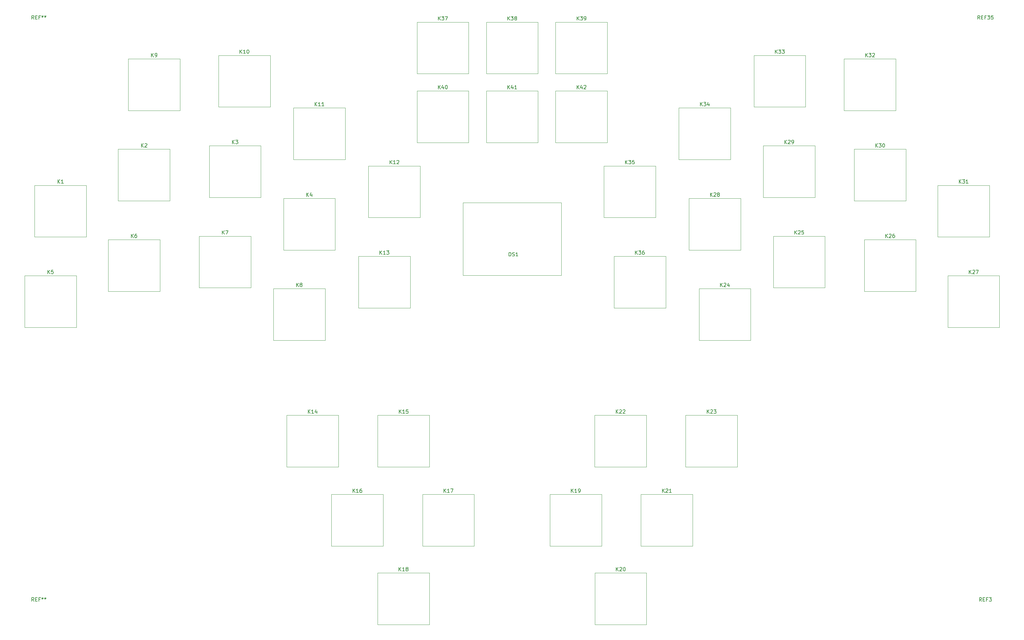
<source format=gbr>
G04 #@! TF.GenerationSoftware,KiCad,Pcbnew,(7.0.0)*
G04 #@! TF.CreationDate,2023-10-12T13:51:26-04:00*
G04 #@! TF.ProjectId,ZBox3-0,5a426f78-332d-4302-9e6b-696361645f70,rev?*
G04 #@! TF.SameCoordinates,Original*
G04 #@! TF.FileFunction,Legend,Top*
G04 #@! TF.FilePolarity,Positive*
%FSLAX46Y46*%
G04 Gerber Fmt 4.6, Leading zero omitted, Abs format (unit mm)*
G04 Created by KiCad (PCBNEW (7.0.0)) date 2023-10-12 13:51:26*
%MOMM*%
%LPD*%
G01*
G04 APERTURE LIST*
%ADD10C,0.150000*%
%ADD11C,0.120000*%
G04 APERTURE END LIST*
D10*
X58666666Y-216167380D02*
X58333333Y-215691190D01*
X58095238Y-216167380D02*
X58095238Y-215167380D01*
X58095238Y-215167380D02*
X58476190Y-215167380D01*
X58476190Y-215167380D02*
X58571428Y-215215000D01*
X58571428Y-215215000D02*
X58619047Y-215262619D01*
X58619047Y-215262619D02*
X58666666Y-215357857D01*
X58666666Y-215357857D02*
X58666666Y-215500714D01*
X58666666Y-215500714D02*
X58619047Y-215595952D01*
X58619047Y-215595952D02*
X58571428Y-215643571D01*
X58571428Y-215643571D02*
X58476190Y-215691190D01*
X58476190Y-215691190D02*
X58095238Y-215691190D01*
X59095238Y-215643571D02*
X59428571Y-215643571D01*
X59571428Y-216167380D02*
X59095238Y-216167380D01*
X59095238Y-216167380D02*
X59095238Y-215167380D01*
X59095238Y-215167380D02*
X59571428Y-215167380D01*
X60333333Y-215643571D02*
X60000000Y-215643571D01*
X60000000Y-216167380D02*
X60000000Y-215167380D01*
X60000000Y-215167380D02*
X60476190Y-215167380D01*
X61000000Y-215167380D02*
X61000000Y-215405476D01*
X60761905Y-215310238D02*
X61000000Y-215405476D01*
X61000000Y-215405476D02*
X61238095Y-215310238D01*
X60857143Y-215595952D02*
X61000000Y-215405476D01*
X61000000Y-215405476D02*
X61142857Y-215595952D01*
X61761905Y-215167380D02*
X61761905Y-215405476D01*
X61523810Y-215310238D02*
X61761905Y-215405476D01*
X61761905Y-215405476D02*
X62000000Y-215310238D01*
X61619048Y-215595952D02*
X61761905Y-215405476D01*
X61761905Y-215405476D02*
X61904762Y-215595952D01*
X158973714Y-164514380D02*
X158973714Y-163514380D01*
X159545142Y-164514380D02*
X159116571Y-163942952D01*
X159545142Y-163514380D02*
X158973714Y-164085809D01*
X160497523Y-164514380D02*
X159926095Y-164514380D01*
X160211809Y-164514380D02*
X160211809Y-163514380D01*
X160211809Y-163514380D02*
X160116571Y-163657238D01*
X160116571Y-163657238D02*
X160021333Y-163752476D01*
X160021333Y-163752476D02*
X159926095Y-163800095D01*
X161402285Y-163514380D02*
X160926095Y-163514380D01*
X160926095Y-163514380D02*
X160878476Y-163990571D01*
X160878476Y-163990571D02*
X160926095Y-163942952D01*
X160926095Y-163942952D02*
X161021333Y-163895333D01*
X161021333Y-163895333D02*
X161259428Y-163895333D01*
X161259428Y-163895333D02*
X161354666Y-163942952D01*
X161354666Y-163942952D02*
X161402285Y-163990571D01*
X161402285Y-163990571D02*
X161449904Y-164085809D01*
X161449904Y-164085809D02*
X161449904Y-164323904D01*
X161449904Y-164323904D02*
X161402285Y-164419142D01*
X161402285Y-164419142D02*
X161354666Y-164466761D01*
X161354666Y-164466761D02*
X161259428Y-164514380D01*
X161259428Y-164514380D02*
X161021333Y-164514380D01*
X161021333Y-164514380D02*
X160926095Y-164466761D01*
X160926095Y-164466761D02*
X160878476Y-164419142D01*
X146268714Y-186282380D02*
X146268714Y-185282380D01*
X146840142Y-186282380D02*
X146411571Y-185710952D01*
X146840142Y-185282380D02*
X146268714Y-185853809D01*
X147792523Y-186282380D02*
X147221095Y-186282380D01*
X147506809Y-186282380D02*
X147506809Y-185282380D01*
X147506809Y-185282380D02*
X147411571Y-185425238D01*
X147411571Y-185425238D02*
X147316333Y-185520476D01*
X147316333Y-185520476D02*
X147221095Y-185568095D01*
X148649666Y-185282380D02*
X148459190Y-185282380D01*
X148459190Y-185282380D02*
X148363952Y-185330000D01*
X148363952Y-185330000D02*
X148316333Y-185377619D01*
X148316333Y-185377619D02*
X148221095Y-185520476D01*
X148221095Y-185520476D02*
X148173476Y-185710952D01*
X148173476Y-185710952D02*
X148173476Y-186091904D01*
X148173476Y-186091904D02*
X148221095Y-186187142D01*
X148221095Y-186187142D02*
X148268714Y-186234761D01*
X148268714Y-186234761D02*
X148363952Y-186282380D01*
X148363952Y-186282380D02*
X148554428Y-186282380D01*
X148554428Y-186282380D02*
X148649666Y-186234761D01*
X148649666Y-186234761D02*
X148697285Y-186187142D01*
X148697285Y-186187142D02*
X148744904Y-186091904D01*
X148744904Y-186091904D02*
X148744904Y-185853809D01*
X148744904Y-185853809D02*
X148697285Y-185758571D01*
X148697285Y-185758571D02*
X148649666Y-185710952D01*
X148649666Y-185710952D02*
X148554428Y-185663333D01*
X148554428Y-185663333D02*
X148363952Y-185663333D01*
X148363952Y-185663333D02*
X148268714Y-185710952D01*
X148268714Y-185710952D02*
X148221095Y-185758571D01*
X148221095Y-185758571D02*
X148173476Y-185853809D01*
X247221714Y-129706380D02*
X247221714Y-128706380D01*
X247793142Y-129706380D02*
X247364571Y-129134952D01*
X247793142Y-128706380D02*
X247221714Y-129277809D01*
X248174095Y-128801619D02*
X248221714Y-128754000D01*
X248221714Y-128754000D02*
X248316952Y-128706380D01*
X248316952Y-128706380D02*
X248555047Y-128706380D01*
X248555047Y-128706380D02*
X248650285Y-128754000D01*
X248650285Y-128754000D02*
X248697904Y-128801619D01*
X248697904Y-128801619D02*
X248745523Y-128896857D01*
X248745523Y-128896857D02*
X248745523Y-128992095D01*
X248745523Y-128992095D02*
X248697904Y-129134952D01*
X248697904Y-129134952D02*
X248126476Y-129706380D01*
X248126476Y-129706380D02*
X248745523Y-129706380D01*
X249602666Y-129039714D02*
X249602666Y-129706380D01*
X249364571Y-128658761D02*
X249126476Y-129373047D01*
X249126476Y-129373047D02*
X249745523Y-129373047D01*
X207827714Y-75315380D02*
X207827714Y-74315380D01*
X208399142Y-75315380D02*
X207970571Y-74743952D01*
X208399142Y-74315380D02*
X207827714Y-74886809D01*
X209256285Y-74648714D02*
X209256285Y-75315380D01*
X209018190Y-74267761D02*
X208780095Y-74982047D01*
X208780095Y-74982047D02*
X209399142Y-74982047D01*
X209732476Y-74410619D02*
X209780095Y-74363000D01*
X209780095Y-74363000D02*
X209875333Y-74315380D01*
X209875333Y-74315380D02*
X210113428Y-74315380D01*
X210113428Y-74315380D02*
X210208666Y-74363000D01*
X210208666Y-74363000D02*
X210256285Y-74410619D01*
X210256285Y-74410619D02*
X210303904Y-74505857D01*
X210303904Y-74505857D02*
X210303904Y-74601095D01*
X210303904Y-74601095D02*
X210256285Y-74743952D01*
X210256285Y-74743952D02*
X209684857Y-75315380D01*
X209684857Y-75315380D02*
X210303904Y-75315380D01*
X88168905Y-91358380D02*
X88168905Y-90358380D01*
X88740333Y-91358380D02*
X88311762Y-90786952D01*
X88740333Y-90358380D02*
X88168905Y-90929809D01*
X89121286Y-90453619D02*
X89168905Y-90406000D01*
X89168905Y-90406000D02*
X89264143Y-90358380D01*
X89264143Y-90358380D02*
X89502238Y-90358380D01*
X89502238Y-90358380D02*
X89597476Y-90406000D01*
X89597476Y-90406000D02*
X89645095Y-90453619D01*
X89645095Y-90453619D02*
X89692714Y-90548857D01*
X89692714Y-90548857D02*
X89692714Y-90644095D01*
X89692714Y-90644095D02*
X89645095Y-90786952D01*
X89645095Y-90786952D02*
X89073667Y-91358380D01*
X89073667Y-91358380D02*
X89692714Y-91358380D01*
X171268714Y-186282380D02*
X171268714Y-185282380D01*
X171840142Y-186282380D02*
X171411571Y-185710952D01*
X171840142Y-185282380D02*
X171268714Y-185853809D01*
X172792523Y-186282380D02*
X172221095Y-186282380D01*
X172506809Y-186282380D02*
X172506809Y-185282380D01*
X172506809Y-185282380D02*
X172411571Y-185425238D01*
X172411571Y-185425238D02*
X172316333Y-185520476D01*
X172316333Y-185520476D02*
X172221095Y-185568095D01*
X173125857Y-185282380D02*
X173792523Y-185282380D01*
X173792523Y-185282380D02*
X173363952Y-186282380D01*
X158929714Y-207838380D02*
X158929714Y-206838380D01*
X159501142Y-207838380D02*
X159072571Y-207266952D01*
X159501142Y-206838380D02*
X158929714Y-207409809D01*
X160453523Y-207838380D02*
X159882095Y-207838380D01*
X160167809Y-207838380D02*
X160167809Y-206838380D01*
X160167809Y-206838380D02*
X160072571Y-206981238D01*
X160072571Y-206981238D02*
X159977333Y-207076476D01*
X159977333Y-207076476D02*
X159882095Y-207124095D01*
X161024952Y-207266952D02*
X160929714Y-207219333D01*
X160929714Y-207219333D02*
X160882095Y-207171714D01*
X160882095Y-207171714D02*
X160834476Y-207076476D01*
X160834476Y-207076476D02*
X160834476Y-207028857D01*
X160834476Y-207028857D02*
X160882095Y-206933619D01*
X160882095Y-206933619D02*
X160929714Y-206886000D01*
X160929714Y-206886000D02*
X161024952Y-206838380D01*
X161024952Y-206838380D02*
X161215428Y-206838380D01*
X161215428Y-206838380D02*
X161310666Y-206886000D01*
X161310666Y-206886000D02*
X161358285Y-206933619D01*
X161358285Y-206933619D02*
X161405904Y-207028857D01*
X161405904Y-207028857D02*
X161405904Y-207076476D01*
X161405904Y-207076476D02*
X161358285Y-207171714D01*
X161358285Y-207171714D02*
X161310666Y-207219333D01*
X161310666Y-207219333D02*
X161215428Y-207266952D01*
X161215428Y-207266952D02*
X161024952Y-207266952D01*
X161024952Y-207266952D02*
X160929714Y-207314571D01*
X160929714Y-207314571D02*
X160882095Y-207362190D01*
X160882095Y-207362190D02*
X160834476Y-207457428D01*
X160834476Y-207457428D02*
X160834476Y-207647904D01*
X160834476Y-207647904D02*
X160882095Y-207743142D01*
X160882095Y-207743142D02*
X160929714Y-207790761D01*
X160929714Y-207790761D02*
X161024952Y-207838380D01*
X161024952Y-207838380D02*
X161215428Y-207838380D01*
X161215428Y-207838380D02*
X161310666Y-207790761D01*
X161310666Y-207790761D02*
X161358285Y-207743142D01*
X161358285Y-207743142D02*
X161405904Y-207647904D01*
X161405904Y-207647904D02*
X161405904Y-207457428D01*
X161405904Y-207457428D02*
X161358285Y-207362190D01*
X161358285Y-207362190D02*
X161310666Y-207314571D01*
X161310666Y-207314571D02*
X161215428Y-207266952D01*
X318952380Y-216167380D02*
X318619047Y-215691190D01*
X318380952Y-216167380D02*
X318380952Y-215167380D01*
X318380952Y-215167380D02*
X318761904Y-215167380D01*
X318761904Y-215167380D02*
X318857142Y-215215000D01*
X318857142Y-215215000D02*
X318904761Y-215262619D01*
X318904761Y-215262619D02*
X318952380Y-215357857D01*
X318952380Y-215357857D02*
X318952380Y-215500714D01*
X318952380Y-215500714D02*
X318904761Y-215595952D01*
X318904761Y-215595952D02*
X318857142Y-215643571D01*
X318857142Y-215643571D02*
X318761904Y-215691190D01*
X318761904Y-215691190D02*
X318380952Y-215691190D01*
X319380952Y-215643571D02*
X319714285Y-215643571D01*
X319857142Y-216167380D02*
X319380952Y-216167380D01*
X319380952Y-216167380D02*
X319380952Y-215167380D01*
X319380952Y-215167380D02*
X319857142Y-215167380D01*
X320619047Y-215643571D02*
X320285714Y-215643571D01*
X320285714Y-216167380D02*
X320285714Y-215167380D01*
X320285714Y-215167380D02*
X320761904Y-215167380D01*
X321047619Y-215167380D02*
X321666666Y-215167380D01*
X321666666Y-215167380D02*
X321333333Y-215548333D01*
X321333333Y-215548333D02*
X321476190Y-215548333D01*
X321476190Y-215548333D02*
X321571428Y-215595952D01*
X321571428Y-215595952D02*
X321619047Y-215643571D01*
X321619047Y-215643571D02*
X321666666Y-215738809D01*
X321666666Y-215738809D02*
X321666666Y-215976904D01*
X321666666Y-215976904D02*
X321619047Y-216072142D01*
X321619047Y-216072142D02*
X321571428Y-216119761D01*
X321571428Y-216119761D02*
X321476190Y-216167380D01*
X321476190Y-216167380D02*
X321190476Y-216167380D01*
X321190476Y-216167380D02*
X321095238Y-216119761D01*
X321095238Y-216119761D02*
X321047619Y-216072142D01*
X244456714Y-104859380D02*
X244456714Y-103859380D01*
X245028142Y-104859380D02*
X244599571Y-104287952D01*
X245028142Y-103859380D02*
X244456714Y-104430809D01*
X245409095Y-103954619D02*
X245456714Y-103907000D01*
X245456714Y-103907000D02*
X245551952Y-103859380D01*
X245551952Y-103859380D02*
X245790047Y-103859380D01*
X245790047Y-103859380D02*
X245885285Y-103907000D01*
X245885285Y-103907000D02*
X245932904Y-103954619D01*
X245932904Y-103954619D02*
X245980523Y-104049857D01*
X245980523Y-104049857D02*
X245980523Y-104145095D01*
X245980523Y-104145095D02*
X245932904Y-104287952D01*
X245932904Y-104287952D02*
X245361476Y-104859380D01*
X245361476Y-104859380D02*
X245980523Y-104859380D01*
X246551952Y-104287952D02*
X246456714Y-104240333D01*
X246456714Y-104240333D02*
X246409095Y-104192714D01*
X246409095Y-104192714D02*
X246361476Y-104097476D01*
X246361476Y-104097476D02*
X246361476Y-104049857D01*
X246361476Y-104049857D02*
X246409095Y-103954619D01*
X246409095Y-103954619D02*
X246456714Y-103907000D01*
X246456714Y-103907000D02*
X246551952Y-103859380D01*
X246551952Y-103859380D02*
X246742428Y-103859380D01*
X246742428Y-103859380D02*
X246837666Y-103907000D01*
X246837666Y-103907000D02*
X246885285Y-103954619D01*
X246885285Y-103954619D02*
X246932904Y-104049857D01*
X246932904Y-104049857D02*
X246932904Y-104097476D01*
X246932904Y-104097476D02*
X246885285Y-104192714D01*
X246885285Y-104192714D02*
X246837666Y-104240333D01*
X246837666Y-104240333D02*
X246742428Y-104287952D01*
X246742428Y-104287952D02*
X246551952Y-104287952D01*
X246551952Y-104287952D02*
X246456714Y-104335571D01*
X246456714Y-104335571D02*
X246409095Y-104383190D01*
X246409095Y-104383190D02*
X246361476Y-104478428D01*
X246361476Y-104478428D02*
X246361476Y-104668904D01*
X246361476Y-104668904D02*
X246409095Y-104764142D01*
X246409095Y-104764142D02*
X246456714Y-104811761D01*
X246456714Y-104811761D02*
X246551952Y-104859380D01*
X246551952Y-104859380D02*
X246742428Y-104859380D01*
X246742428Y-104859380D02*
X246837666Y-104811761D01*
X246837666Y-104811761D02*
X246885285Y-104764142D01*
X246885285Y-104764142D02*
X246932904Y-104668904D01*
X246932904Y-104668904D02*
X246932904Y-104478428D01*
X246932904Y-104478428D02*
X246885285Y-104383190D01*
X246885285Y-104383190D02*
X246837666Y-104335571D01*
X246837666Y-104335571D02*
X246742428Y-104287952D01*
X243562714Y-164514380D02*
X243562714Y-163514380D01*
X244134142Y-164514380D02*
X243705571Y-163942952D01*
X244134142Y-163514380D02*
X243562714Y-164085809D01*
X244515095Y-163609619D02*
X244562714Y-163562000D01*
X244562714Y-163562000D02*
X244657952Y-163514380D01*
X244657952Y-163514380D02*
X244896047Y-163514380D01*
X244896047Y-163514380D02*
X244991285Y-163562000D01*
X244991285Y-163562000D02*
X245038904Y-163609619D01*
X245038904Y-163609619D02*
X245086523Y-163704857D01*
X245086523Y-163704857D02*
X245086523Y-163800095D01*
X245086523Y-163800095D02*
X245038904Y-163942952D01*
X245038904Y-163942952D02*
X244467476Y-164514380D01*
X244467476Y-164514380D02*
X245086523Y-164514380D01*
X245419857Y-163514380D02*
X246038904Y-163514380D01*
X246038904Y-163514380D02*
X245705571Y-163895333D01*
X245705571Y-163895333D02*
X245848428Y-163895333D01*
X245848428Y-163895333D02*
X245943666Y-163942952D01*
X245943666Y-163942952D02*
X245991285Y-163990571D01*
X245991285Y-163990571D02*
X246038904Y-164085809D01*
X246038904Y-164085809D02*
X246038904Y-164323904D01*
X246038904Y-164323904D02*
X245991285Y-164419142D01*
X245991285Y-164419142D02*
X245943666Y-164466761D01*
X245943666Y-164466761D02*
X245848428Y-164514380D01*
X245848428Y-164514380D02*
X245562714Y-164514380D01*
X245562714Y-164514380D02*
X245467476Y-164466761D01*
X245467476Y-164466761D02*
X245419857Y-164419142D01*
X133973714Y-164514380D02*
X133973714Y-163514380D01*
X134545142Y-164514380D02*
X134116571Y-163942952D01*
X134545142Y-163514380D02*
X133973714Y-164085809D01*
X135497523Y-164514380D02*
X134926095Y-164514380D01*
X135211809Y-164514380D02*
X135211809Y-163514380D01*
X135211809Y-163514380D02*
X135116571Y-163657238D01*
X135116571Y-163657238D02*
X135021333Y-163752476D01*
X135021333Y-163752476D02*
X134926095Y-163800095D01*
X136354666Y-163847714D02*
X136354666Y-164514380D01*
X136116571Y-163466761D02*
X135878476Y-164181047D01*
X135878476Y-164181047D02*
X136497523Y-164181047D01*
X267625714Y-115260380D02*
X267625714Y-114260380D01*
X268197142Y-115260380D02*
X267768571Y-114688952D01*
X268197142Y-114260380D02*
X267625714Y-114831809D01*
X268578095Y-114355619D02*
X268625714Y-114308000D01*
X268625714Y-114308000D02*
X268720952Y-114260380D01*
X268720952Y-114260380D02*
X268959047Y-114260380D01*
X268959047Y-114260380D02*
X269054285Y-114308000D01*
X269054285Y-114308000D02*
X269101904Y-114355619D01*
X269101904Y-114355619D02*
X269149523Y-114450857D01*
X269149523Y-114450857D02*
X269149523Y-114546095D01*
X269149523Y-114546095D02*
X269101904Y-114688952D01*
X269101904Y-114688952D02*
X268530476Y-115260380D01*
X268530476Y-115260380D02*
X269149523Y-115260380D01*
X270054285Y-114260380D02*
X269578095Y-114260380D01*
X269578095Y-114260380D02*
X269530476Y-114736571D01*
X269530476Y-114736571D02*
X269578095Y-114688952D01*
X269578095Y-114688952D02*
X269673333Y-114641333D01*
X269673333Y-114641333D02*
X269911428Y-114641333D01*
X269911428Y-114641333D02*
X270006666Y-114688952D01*
X270006666Y-114688952D02*
X270054285Y-114736571D01*
X270054285Y-114736571D02*
X270101904Y-114831809D01*
X270101904Y-114831809D02*
X270101904Y-115069904D01*
X270101904Y-115069904D02*
X270054285Y-115165142D01*
X270054285Y-115165142D02*
X270006666Y-115212761D01*
X270006666Y-115212761D02*
X269911428Y-115260380D01*
X269911428Y-115260380D02*
X269673333Y-115260380D01*
X269673333Y-115260380D02*
X269578095Y-115212761D01*
X269578095Y-115212761D02*
X269530476Y-115165142D01*
X65222905Y-101281380D02*
X65222905Y-100281380D01*
X65794333Y-101281380D02*
X65365762Y-100709952D01*
X65794333Y-100281380D02*
X65222905Y-100852809D01*
X66746714Y-101281380D02*
X66175286Y-101281380D01*
X66461000Y-101281380D02*
X66461000Y-100281380D01*
X66461000Y-100281380D02*
X66365762Y-100424238D01*
X66365762Y-100424238D02*
X66270524Y-100519476D01*
X66270524Y-100519476D02*
X66175286Y-100567095D01*
X110386905Y-115260380D02*
X110386905Y-114260380D01*
X110958333Y-115260380D02*
X110529762Y-114688952D01*
X110958333Y-114260380D02*
X110386905Y-114831809D01*
X111291667Y-114260380D02*
X111958333Y-114260380D01*
X111958333Y-114260380D02*
X111529762Y-115260380D01*
X318476190Y-56167380D02*
X318142857Y-55691190D01*
X317904762Y-56167380D02*
X317904762Y-55167380D01*
X317904762Y-55167380D02*
X318285714Y-55167380D01*
X318285714Y-55167380D02*
X318380952Y-55215000D01*
X318380952Y-55215000D02*
X318428571Y-55262619D01*
X318428571Y-55262619D02*
X318476190Y-55357857D01*
X318476190Y-55357857D02*
X318476190Y-55500714D01*
X318476190Y-55500714D02*
X318428571Y-55595952D01*
X318428571Y-55595952D02*
X318380952Y-55643571D01*
X318380952Y-55643571D02*
X318285714Y-55691190D01*
X318285714Y-55691190D02*
X317904762Y-55691190D01*
X318904762Y-55643571D02*
X319238095Y-55643571D01*
X319380952Y-56167380D02*
X318904762Y-56167380D01*
X318904762Y-56167380D02*
X318904762Y-55167380D01*
X318904762Y-55167380D02*
X319380952Y-55167380D01*
X320142857Y-55643571D02*
X319809524Y-55643571D01*
X319809524Y-56167380D02*
X319809524Y-55167380D01*
X319809524Y-55167380D02*
X320285714Y-55167380D01*
X320571429Y-55167380D02*
X321190476Y-55167380D01*
X321190476Y-55167380D02*
X320857143Y-55548333D01*
X320857143Y-55548333D02*
X321000000Y-55548333D01*
X321000000Y-55548333D02*
X321095238Y-55595952D01*
X321095238Y-55595952D02*
X321142857Y-55643571D01*
X321142857Y-55643571D02*
X321190476Y-55738809D01*
X321190476Y-55738809D02*
X321190476Y-55976904D01*
X321190476Y-55976904D02*
X321142857Y-56072142D01*
X321142857Y-56072142D02*
X321095238Y-56119761D01*
X321095238Y-56119761D02*
X321000000Y-56167380D01*
X321000000Y-56167380D02*
X320714286Y-56167380D01*
X320714286Y-56167380D02*
X320619048Y-56119761D01*
X320619048Y-56119761D02*
X320571429Y-56072142D01*
X322095238Y-55167380D02*
X321619048Y-55167380D01*
X321619048Y-55167380D02*
X321571429Y-55643571D01*
X321571429Y-55643571D02*
X321619048Y-55595952D01*
X321619048Y-55595952D02*
X321714286Y-55548333D01*
X321714286Y-55548333D02*
X321952381Y-55548333D01*
X321952381Y-55548333D02*
X322047619Y-55595952D01*
X322047619Y-55595952D02*
X322095238Y-55643571D01*
X322095238Y-55643571D02*
X322142857Y-55738809D01*
X322142857Y-55738809D02*
X322142857Y-55976904D01*
X322142857Y-55976904D02*
X322095238Y-56072142D01*
X322095238Y-56072142D02*
X322047619Y-56119761D01*
X322047619Y-56119761D02*
X321952381Y-56167380D01*
X321952381Y-56167380D02*
X321714286Y-56167380D01*
X321714286Y-56167380D02*
X321619048Y-56119761D01*
X321619048Y-56119761D02*
X321571429Y-56072142D01*
X189135714Y-121267380D02*
X189135714Y-120267380D01*
X189135714Y-120267380D02*
X189373809Y-120267380D01*
X189373809Y-120267380D02*
X189516666Y-120315000D01*
X189516666Y-120315000D02*
X189611904Y-120410238D01*
X189611904Y-120410238D02*
X189659523Y-120505476D01*
X189659523Y-120505476D02*
X189707142Y-120695952D01*
X189707142Y-120695952D02*
X189707142Y-120838809D01*
X189707142Y-120838809D02*
X189659523Y-121029285D01*
X189659523Y-121029285D02*
X189611904Y-121124523D01*
X189611904Y-121124523D02*
X189516666Y-121219761D01*
X189516666Y-121219761D02*
X189373809Y-121267380D01*
X189373809Y-121267380D02*
X189135714Y-121267380D01*
X190088095Y-121219761D02*
X190230952Y-121267380D01*
X190230952Y-121267380D02*
X190469047Y-121267380D01*
X190469047Y-121267380D02*
X190564285Y-121219761D01*
X190564285Y-121219761D02*
X190611904Y-121172142D01*
X190611904Y-121172142D02*
X190659523Y-121076904D01*
X190659523Y-121076904D02*
X190659523Y-120981666D01*
X190659523Y-120981666D02*
X190611904Y-120886428D01*
X190611904Y-120886428D02*
X190564285Y-120838809D01*
X190564285Y-120838809D02*
X190469047Y-120791190D01*
X190469047Y-120791190D02*
X190278571Y-120743571D01*
X190278571Y-120743571D02*
X190183333Y-120695952D01*
X190183333Y-120695952D02*
X190135714Y-120648333D01*
X190135714Y-120648333D02*
X190088095Y-120553095D01*
X190088095Y-120553095D02*
X190088095Y-120457857D01*
X190088095Y-120457857D02*
X190135714Y-120362619D01*
X190135714Y-120362619D02*
X190183333Y-120315000D01*
X190183333Y-120315000D02*
X190278571Y-120267380D01*
X190278571Y-120267380D02*
X190516666Y-120267380D01*
X190516666Y-120267380D02*
X190659523Y-120315000D01*
X191611904Y-121267380D02*
X191040476Y-121267380D01*
X191326190Y-121267380D02*
X191326190Y-120267380D01*
X191326190Y-120267380D02*
X191230952Y-120410238D01*
X191230952Y-120410238D02*
X191135714Y-120505476D01*
X191135714Y-120505476D02*
X191040476Y-120553095D01*
X58666666Y-56167380D02*
X58333333Y-55691190D01*
X58095238Y-56167380D02*
X58095238Y-55167380D01*
X58095238Y-55167380D02*
X58476190Y-55167380D01*
X58476190Y-55167380D02*
X58571428Y-55215000D01*
X58571428Y-55215000D02*
X58619047Y-55262619D01*
X58619047Y-55262619D02*
X58666666Y-55357857D01*
X58666666Y-55357857D02*
X58666666Y-55500714D01*
X58666666Y-55500714D02*
X58619047Y-55595952D01*
X58619047Y-55595952D02*
X58571428Y-55643571D01*
X58571428Y-55643571D02*
X58476190Y-55691190D01*
X58476190Y-55691190D02*
X58095238Y-55691190D01*
X59095238Y-55643571D02*
X59428571Y-55643571D01*
X59571428Y-56167380D02*
X59095238Y-56167380D01*
X59095238Y-56167380D02*
X59095238Y-55167380D01*
X59095238Y-55167380D02*
X59571428Y-55167380D01*
X60333333Y-55643571D02*
X60000000Y-55643571D01*
X60000000Y-56167380D02*
X60000000Y-55167380D01*
X60000000Y-55167380D02*
X60476190Y-55167380D01*
X61000000Y-55167380D02*
X61000000Y-55405476D01*
X60761905Y-55310238D02*
X61000000Y-55405476D01*
X61000000Y-55405476D02*
X61238095Y-55310238D01*
X60857143Y-55595952D02*
X61000000Y-55405476D01*
X61000000Y-55405476D02*
X61142857Y-55595952D01*
X61761905Y-55167380D02*
X61761905Y-55405476D01*
X61523810Y-55310238D02*
X61761905Y-55405476D01*
X61761905Y-55405476D02*
X62000000Y-55310238D01*
X61619048Y-55595952D02*
X61761905Y-55405476D01*
X61761905Y-55405476D02*
X61904762Y-55595952D01*
X153674714Y-120800380D02*
X153674714Y-119800380D01*
X154246142Y-120800380D02*
X153817571Y-120228952D01*
X154246142Y-119800380D02*
X153674714Y-120371809D01*
X155198523Y-120800380D02*
X154627095Y-120800380D01*
X154912809Y-120800380D02*
X154912809Y-119800380D01*
X154912809Y-119800380D02*
X154817571Y-119943238D01*
X154817571Y-119943238D02*
X154722333Y-120038476D01*
X154722333Y-120038476D02*
X154627095Y-120086095D01*
X155531857Y-119800380D02*
X156150904Y-119800380D01*
X156150904Y-119800380D02*
X155817571Y-120181333D01*
X155817571Y-120181333D02*
X155960428Y-120181333D01*
X155960428Y-120181333D02*
X156055666Y-120228952D01*
X156055666Y-120228952D02*
X156103285Y-120276571D01*
X156103285Y-120276571D02*
X156150904Y-120371809D01*
X156150904Y-120371809D02*
X156150904Y-120609904D01*
X156150904Y-120609904D02*
X156103285Y-120705142D01*
X156103285Y-120705142D02*
X156055666Y-120752761D01*
X156055666Y-120752761D02*
X155960428Y-120800380D01*
X155960428Y-120800380D02*
X155674714Y-120800380D01*
X155674714Y-120800380D02*
X155579476Y-120752761D01*
X155579476Y-120752761D02*
X155531857Y-120705142D01*
X312788714Y-101281380D02*
X312788714Y-100281380D01*
X313360142Y-101281380D02*
X312931571Y-100709952D01*
X313360142Y-100281380D02*
X312788714Y-100852809D01*
X313693476Y-100281380D02*
X314312523Y-100281380D01*
X314312523Y-100281380D02*
X313979190Y-100662333D01*
X313979190Y-100662333D02*
X314122047Y-100662333D01*
X314122047Y-100662333D02*
X314217285Y-100709952D01*
X314217285Y-100709952D02*
X314264904Y-100757571D01*
X314264904Y-100757571D02*
X314312523Y-100852809D01*
X314312523Y-100852809D02*
X314312523Y-101090904D01*
X314312523Y-101090904D02*
X314264904Y-101186142D01*
X314264904Y-101186142D02*
X314217285Y-101233761D01*
X314217285Y-101233761D02*
X314122047Y-101281380D01*
X314122047Y-101281380D02*
X313836333Y-101281380D01*
X313836333Y-101281380D02*
X313741095Y-101233761D01*
X313741095Y-101233761D02*
X313693476Y-101186142D01*
X315264904Y-101281380D02*
X314693476Y-101281380D01*
X314979190Y-101281380D02*
X314979190Y-100281380D01*
X314979190Y-100281380D02*
X314883952Y-100424238D01*
X314883952Y-100424238D02*
X314788714Y-100519476D01*
X314788714Y-100519476D02*
X314693476Y-100567095D01*
X113151905Y-90414380D02*
X113151905Y-89414380D01*
X113723333Y-90414380D02*
X113294762Y-89842952D01*
X113723333Y-89414380D02*
X113151905Y-89985809D01*
X114056667Y-89414380D02*
X114675714Y-89414380D01*
X114675714Y-89414380D02*
X114342381Y-89795333D01*
X114342381Y-89795333D02*
X114485238Y-89795333D01*
X114485238Y-89795333D02*
X114580476Y-89842952D01*
X114580476Y-89842952D02*
X114628095Y-89890571D01*
X114628095Y-89890571D02*
X114675714Y-89985809D01*
X114675714Y-89985809D02*
X114675714Y-90223904D01*
X114675714Y-90223904D02*
X114628095Y-90319142D01*
X114628095Y-90319142D02*
X114580476Y-90366761D01*
X114580476Y-90366761D02*
X114485238Y-90414380D01*
X114485238Y-90414380D02*
X114199524Y-90414380D01*
X114199524Y-90414380D02*
X114104286Y-90366761D01*
X114104286Y-90366761D02*
X114056667Y-90319142D01*
X130790905Y-129706380D02*
X130790905Y-128706380D01*
X131362333Y-129706380D02*
X130933762Y-129134952D01*
X131362333Y-128706380D02*
X130790905Y-129277809D01*
X131933762Y-129134952D02*
X131838524Y-129087333D01*
X131838524Y-129087333D02*
X131790905Y-129039714D01*
X131790905Y-129039714D02*
X131743286Y-128944476D01*
X131743286Y-128944476D02*
X131743286Y-128896857D01*
X131743286Y-128896857D02*
X131790905Y-128801619D01*
X131790905Y-128801619D02*
X131838524Y-128754000D01*
X131838524Y-128754000D02*
X131933762Y-128706380D01*
X131933762Y-128706380D02*
X132124238Y-128706380D01*
X132124238Y-128706380D02*
X132219476Y-128754000D01*
X132219476Y-128754000D02*
X132267095Y-128801619D01*
X132267095Y-128801619D02*
X132314714Y-128896857D01*
X132314714Y-128896857D02*
X132314714Y-128944476D01*
X132314714Y-128944476D02*
X132267095Y-129039714D01*
X132267095Y-129039714D02*
X132219476Y-129087333D01*
X132219476Y-129087333D02*
X132124238Y-129134952D01*
X132124238Y-129134952D02*
X131933762Y-129134952D01*
X131933762Y-129134952D02*
X131838524Y-129182571D01*
X131838524Y-129182571D02*
X131790905Y-129230190D01*
X131790905Y-129230190D02*
X131743286Y-129325428D01*
X131743286Y-129325428D02*
X131743286Y-129515904D01*
X131743286Y-129515904D02*
X131790905Y-129611142D01*
X131790905Y-129611142D02*
X131838524Y-129658761D01*
X131838524Y-129658761D02*
X131933762Y-129706380D01*
X131933762Y-129706380D02*
X132124238Y-129706380D01*
X132124238Y-129706380D02*
X132219476Y-129658761D01*
X132219476Y-129658761D02*
X132267095Y-129611142D01*
X132267095Y-129611142D02*
X132314714Y-129515904D01*
X132314714Y-129515904D02*
X132314714Y-129325428D01*
X132314714Y-129325428D02*
X132267095Y-129230190D01*
X132267095Y-129230190D02*
X132219476Y-129182571D01*
X132219476Y-129182571D02*
X132124238Y-129134952D01*
X188785714Y-56421380D02*
X188785714Y-55421380D01*
X189357142Y-56421380D02*
X188928571Y-55849952D01*
X189357142Y-55421380D02*
X188785714Y-55992809D01*
X189690476Y-55421380D02*
X190309523Y-55421380D01*
X190309523Y-55421380D02*
X189976190Y-55802333D01*
X189976190Y-55802333D02*
X190119047Y-55802333D01*
X190119047Y-55802333D02*
X190214285Y-55849952D01*
X190214285Y-55849952D02*
X190261904Y-55897571D01*
X190261904Y-55897571D02*
X190309523Y-55992809D01*
X190309523Y-55992809D02*
X190309523Y-56230904D01*
X190309523Y-56230904D02*
X190261904Y-56326142D01*
X190261904Y-56326142D02*
X190214285Y-56373761D01*
X190214285Y-56373761D02*
X190119047Y-56421380D01*
X190119047Y-56421380D02*
X189833333Y-56421380D01*
X189833333Y-56421380D02*
X189738095Y-56373761D01*
X189738095Y-56373761D02*
X189690476Y-56326142D01*
X190880952Y-55849952D02*
X190785714Y-55802333D01*
X190785714Y-55802333D02*
X190738095Y-55754714D01*
X190738095Y-55754714D02*
X190690476Y-55659476D01*
X190690476Y-55659476D02*
X190690476Y-55611857D01*
X190690476Y-55611857D02*
X190738095Y-55516619D01*
X190738095Y-55516619D02*
X190785714Y-55469000D01*
X190785714Y-55469000D02*
X190880952Y-55421380D01*
X190880952Y-55421380D02*
X191071428Y-55421380D01*
X191071428Y-55421380D02*
X191166666Y-55469000D01*
X191166666Y-55469000D02*
X191214285Y-55516619D01*
X191214285Y-55516619D02*
X191261904Y-55611857D01*
X191261904Y-55611857D02*
X191261904Y-55659476D01*
X191261904Y-55659476D02*
X191214285Y-55754714D01*
X191214285Y-55754714D02*
X191166666Y-55802333D01*
X191166666Y-55802333D02*
X191071428Y-55849952D01*
X191071428Y-55849952D02*
X190880952Y-55849952D01*
X190880952Y-55849952D02*
X190785714Y-55897571D01*
X190785714Y-55897571D02*
X190738095Y-55945190D01*
X190738095Y-55945190D02*
X190690476Y-56040428D01*
X190690476Y-56040428D02*
X190690476Y-56230904D01*
X190690476Y-56230904D02*
X190738095Y-56326142D01*
X190738095Y-56326142D02*
X190785714Y-56373761D01*
X190785714Y-56373761D02*
X190880952Y-56421380D01*
X190880952Y-56421380D02*
X191071428Y-56421380D01*
X191071428Y-56421380D02*
X191166666Y-56373761D01*
X191166666Y-56373761D02*
X191214285Y-56326142D01*
X191214285Y-56326142D02*
X191261904Y-56230904D01*
X191261904Y-56230904D02*
X191261904Y-56040428D01*
X191261904Y-56040428D02*
X191214285Y-55945190D01*
X191214285Y-55945190D02*
X191166666Y-55897571D01*
X191166666Y-55897571D02*
X191071428Y-55849952D01*
X223861714Y-120800380D02*
X223861714Y-119800380D01*
X224433142Y-120800380D02*
X224004571Y-120228952D01*
X224433142Y-119800380D02*
X223861714Y-120371809D01*
X224766476Y-119800380D02*
X225385523Y-119800380D01*
X225385523Y-119800380D02*
X225052190Y-120181333D01*
X225052190Y-120181333D02*
X225195047Y-120181333D01*
X225195047Y-120181333D02*
X225290285Y-120228952D01*
X225290285Y-120228952D02*
X225337904Y-120276571D01*
X225337904Y-120276571D02*
X225385523Y-120371809D01*
X225385523Y-120371809D02*
X225385523Y-120609904D01*
X225385523Y-120609904D02*
X225337904Y-120705142D01*
X225337904Y-120705142D02*
X225290285Y-120752761D01*
X225290285Y-120752761D02*
X225195047Y-120800380D01*
X225195047Y-120800380D02*
X224909333Y-120800380D01*
X224909333Y-120800380D02*
X224814095Y-120752761D01*
X224814095Y-120752761D02*
X224766476Y-120705142D01*
X226242666Y-119800380D02*
X226052190Y-119800380D01*
X226052190Y-119800380D02*
X225956952Y-119848000D01*
X225956952Y-119848000D02*
X225909333Y-119895619D01*
X225909333Y-119895619D02*
X225814095Y-120038476D01*
X225814095Y-120038476D02*
X225766476Y-120228952D01*
X225766476Y-120228952D02*
X225766476Y-120609904D01*
X225766476Y-120609904D02*
X225814095Y-120705142D01*
X225814095Y-120705142D02*
X225861714Y-120752761D01*
X225861714Y-120752761D02*
X225956952Y-120800380D01*
X225956952Y-120800380D02*
X226147428Y-120800380D01*
X226147428Y-120800380D02*
X226242666Y-120752761D01*
X226242666Y-120752761D02*
X226290285Y-120705142D01*
X226290285Y-120705142D02*
X226337904Y-120609904D01*
X226337904Y-120609904D02*
X226337904Y-120371809D01*
X226337904Y-120371809D02*
X226290285Y-120276571D01*
X226290285Y-120276571D02*
X226242666Y-120228952D01*
X226242666Y-120228952D02*
X226147428Y-120181333D01*
X226147428Y-120181333D02*
X225956952Y-120181333D01*
X225956952Y-120181333D02*
X225861714Y-120228952D01*
X225861714Y-120228952D02*
X225814095Y-120276571D01*
X225814095Y-120276571D02*
X225766476Y-120371809D01*
X206267714Y-186282380D02*
X206267714Y-185282380D01*
X206839142Y-186282380D02*
X206410571Y-185710952D01*
X206839142Y-185282380D02*
X206267714Y-185853809D01*
X207791523Y-186282380D02*
X207220095Y-186282380D01*
X207505809Y-186282380D02*
X207505809Y-185282380D01*
X207505809Y-185282380D02*
X207410571Y-185425238D01*
X207410571Y-185425238D02*
X207315333Y-185520476D01*
X207315333Y-185520476D02*
X207220095Y-185568095D01*
X208267714Y-186282380D02*
X208458190Y-186282380D01*
X208458190Y-186282380D02*
X208553428Y-186234761D01*
X208553428Y-186234761D02*
X208601047Y-186187142D01*
X208601047Y-186187142D02*
X208696285Y-186044285D01*
X208696285Y-186044285D02*
X208743904Y-185853809D01*
X208743904Y-185853809D02*
X208743904Y-185472857D01*
X208743904Y-185472857D02*
X208696285Y-185377619D01*
X208696285Y-185377619D02*
X208648666Y-185330000D01*
X208648666Y-185330000D02*
X208553428Y-185282380D01*
X208553428Y-185282380D02*
X208362952Y-185282380D01*
X208362952Y-185282380D02*
X208267714Y-185330000D01*
X208267714Y-185330000D02*
X208220095Y-185377619D01*
X208220095Y-185377619D02*
X208172476Y-185472857D01*
X208172476Y-185472857D02*
X208172476Y-185710952D01*
X208172476Y-185710952D02*
X208220095Y-185806190D01*
X208220095Y-185806190D02*
X208267714Y-185853809D01*
X208267714Y-185853809D02*
X208362952Y-185901428D01*
X208362952Y-185901428D02*
X208553428Y-185901428D01*
X208553428Y-185901428D02*
X208648666Y-185853809D01*
X208648666Y-185853809D02*
X208696285Y-185806190D01*
X208696285Y-185806190D02*
X208743904Y-185710952D01*
X218562714Y-164514380D02*
X218562714Y-163514380D01*
X219134142Y-164514380D02*
X218705571Y-163942952D01*
X219134142Y-163514380D02*
X218562714Y-164085809D01*
X219515095Y-163609619D02*
X219562714Y-163562000D01*
X219562714Y-163562000D02*
X219657952Y-163514380D01*
X219657952Y-163514380D02*
X219896047Y-163514380D01*
X219896047Y-163514380D02*
X219991285Y-163562000D01*
X219991285Y-163562000D02*
X220038904Y-163609619D01*
X220038904Y-163609619D02*
X220086523Y-163704857D01*
X220086523Y-163704857D02*
X220086523Y-163800095D01*
X220086523Y-163800095D02*
X220038904Y-163942952D01*
X220038904Y-163942952D02*
X219467476Y-164514380D01*
X219467476Y-164514380D02*
X220086523Y-164514380D01*
X220467476Y-163609619D02*
X220515095Y-163562000D01*
X220515095Y-163562000D02*
X220610333Y-163514380D01*
X220610333Y-163514380D02*
X220848428Y-163514380D01*
X220848428Y-163514380D02*
X220943666Y-163562000D01*
X220943666Y-163562000D02*
X220991285Y-163609619D01*
X220991285Y-163609619D02*
X221038904Y-163704857D01*
X221038904Y-163704857D02*
X221038904Y-163800095D01*
X221038904Y-163800095D02*
X220991285Y-163942952D01*
X220991285Y-163942952D02*
X220419857Y-164514380D01*
X220419857Y-164514380D02*
X221038904Y-164514380D01*
X90932905Y-66512380D02*
X90932905Y-65512380D01*
X91504333Y-66512380D02*
X91075762Y-65940952D01*
X91504333Y-65512380D02*
X90932905Y-66083809D01*
X91980524Y-66512380D02*
X92171000Y-66512380D01*
X92171000Y-66512380D02*
X92266238Y-66464761D01*
X92266238Y-66464761D02*
X92313857Y-66417142D01*
X92313857Y-66417142D02*
X92409095Y-66274285D01*
X92409095Y-66274285D02*
X92456714Y-66083809D01*
X92456714Y-66083809D02*
X92456714Y-65702857D01*
X92456714Y-65702857D02*
X92409095Y-65607619D01*
X92409095Y-65607619D02*
X92361476Y-65560000D01*
X92361476Y-65560000D02*
X92266238Y-65512380D01*
X92266238Y-65512380D02*
X92075762Y-65512380D01*
X92075762Y-65512380D02*
X91980524Y-65560000D01*
X91980524Y-65560000D02*
X91932905Y-65607619D01*
X91932905Y-65607619D02*
X91885286Y-65702857D01*
X91885286Y-65702857D02*
X91885286Y-65940952D01*
X91885286Y-65940952D02*
X91932905Y-66036190D01*
X91932905Y-66036190D02*
X91980524Y-66083809D01*
X91980524Y-66083809D02*
X92075762Y-66131428D01*
X92075762Y-66131428D02*
X92266238Y-66131428D01*
X92266238Y-66131428D02*
X92361476Y-66083809D01*
X92361476Y-66083809D02*
X92409095Y-66036190D01*
X92409095Y-66036190D02*
X92456714Y-65940952D01*
X221096714Y-95953380D02*
X221096714Y-94953380D01*
X221668142Y-95953380D02*
X221239571Y-95381952D01*
X221668142Y-94953380D02*
X221096714Y-95524809D01*
X222001476Y-94953380D02*
X222620523Y-94953380D01*
X222620523Y-94953380D02*
X222287190Y-95334333D01*
X222287190Y-95334333D02*
X222430047Y-95334333D01*
X222430047Y-95334333D02*
X222525285Y-95381952D01*
X222525285Y-95381952D02*
X222572904Y-95429571D01*
X222572904Y-95429571D02*
X222620523Y-95524809D01*
X222620523Y-95524809D02*
X222620523Y-95762904D01*
X222620523Y-95762904D02*
X222572904Y-95858142D01*
X222572904Y-95858142D02*
X222525285Y-95905761D01*
X222525285Y-95905761D02*
X222430047Y-95953380D01*
X222430047Y-95953380D02*
X222144333Y-95953380D01*
X222144333Y-95953380D02*
X222049095Y-95905761D01*
X222049095Y-95905761D02*
X222001476Y-95858142D01*
X223525285Y-94953380D02*
X223049095Y-94953380D01*
X223049095Y-94953380D02*
X223001476Y-95429571D01*
X223001476Y-95429571D02*
X223049095Y-95381952D01*
X223049095Y-95381952D02*
X223144333Y-95334333D01*
X223144333Y-95334333D02*
X223382428Y-95334333D01*
X223382428Y-95334333D02*
X223477666Y-95381952D01*
X223477666Y-95381952D02*
X223525285Y-95429571D01*
X223525285Y-95429571D02*
X223572904Y-95524809D01*
X223572904Y-95524809D02*
X223572904Y-95762904D01*
X223572904Y-95762904D02*
X223525285Y-95858142D01*
X223525285Y-95858142D02*
X223477666Y-95905761D01*
X223477666Y-95905761D02*
X223382428Y-95953380D01*
X223382428Y-95953380D02*
X223144333Y-95953380D01*
X223144333Y-95953380D02*
X223049095Y-95905761D01*
X223049095Y-95905761D02*
X223001476Y-95858142D01*
X133555905Y-104859380D02*
X133555905Y-103859380D01*
X134127333Y-104859380D02*
X133698762Y-104287952D01*
X134127333Y-103859380D02*
X133555905Y-104430809D01*
X134984476Y-104192714D02*
X134984476Y-104859380D01*
X134746381Y-103811761D02*
X134508286Y-104526047D01*
X134508286Y-104526047D02*
X135127333Y-104526047D01*
X262299714Y-65567380D02*
X262299714Y-64567380D01*
X262871142Y-65567380D02*
X262442571Y-64995952D01*
X262871142Y-64567380D02*
X262299714Y-65138809D01*
X263204476Y-64567380D02*
X263823523Y-64567380D01*
X263823523Y-64567380D02*
X263490190Y-64948333D01*
X263490190Y-64948333D02*
X263633047Y-64948333D01*
X263633047Y-64948333D02*
X263728285Y-64995952D01*
X263728285Y-64995952D02*
X263775904Y-65043571D01*
X263775904Y-65043571D02*
X263823523Y-65138809D01*
X263823523Y-65138809D02*
X263823523Y-65376904D01*
X263823523Y-65376904D02*
X263775904Y-65472142D01*
X263775904Y-65472142D02*
X263728285Y-65519761D01*
X263728285Y-65519761D02*
X263633047Y-65567380D01*
X263633047Y-65567380D02*
X263347333Y-65567380D01*
X263347333Y-65567380D02*
X263252095Y-65519761D01*
X263252095Y-65519761D02*
X263204476Y-65472142D01*
X264156857Y-64567380D02*
X264775904Y-64567380D01*
X264775904Y-64567380D02*
X264442571Y-64948333D01*
X264442571Y-64948333D02*
X264585428Y-64948333D01*
X264585428Y-64948333D02*
X264680666Y-64995952D01*
X264680666Y-64995952D02*
X264728285Y-65043571D01*
X264728285Y-65043571D02*
X264775904Y-65138809D01*
X264775904Y-65138809D02*
X264775904Y-65376904D01*
X264775904Y-65376904D02*
X264728285Y-65472142D01*
X264728285Y-65472142D02*
X264680666Y-65519761D01*
X264680666Y-65519761D02*
X264585428Y-65567380D01*
X264585428Y-65567380D02*
X264299714Y-65567380D01*
X264299714Y-65567380D02*
X264204476Y-65519761D01*
X264204476Y-65519761D02*
X264156857Y-65472142D01*
X135843714Y-80012380D02*
X135843714Y-79012380D01*
X136415142Y-80012380D02*
X135986571Y-79440952D01*
X136415142Y-79012380D02*
X135843714Y-79583809D01*
X137367523Y-80012380D02*
X136796095Y-80012380D01*
X137081809Y-80012380D02*
X137081809Y-79012380D01*
X137081809Y-79012380D02*
X136986571Y-79155238D01*
X136986571Y-79155238D02*
X136891333Y-79250476D01*
X136891333Y-79250476D02*
X136796095Y-79298095D01*
X138319904Y-80012380D02*
X137748476Y-80012380D01*
X138034190Y-80012380D02*
X138034190Y-79012380D01*
X138034190Y-79012380D02*
X137938952Y-79155238D01*
X137938952Y-79155238D02*
X137843714Y-79250476D01*
X137843714Y-79250476D02*
X137748476Y-79298095D01*
X231267714Y-186282380D02*
X231267714Y-185282380D01*
X231839142Y-186282380D02*
X231410571Y-185710952D01*
X231839142Y-185282380D02*
X231267714Y-185853809D01*
X232220095Y-185377619D02*
X232267714Y-185330000D01*
X232267714Y-185330000D02*
X232362952Y-185282380D01*
X232362952Y-185282380D02*
X232601047Y-185282380D01*
X232601047Y-185282380D02*
X232696285Y-185330000D01*
X232696285Y-185330000D02*
X232743904Y-185377619D01*
X232743904Y-185377619D02*
X232791523Y-185472857D01*
X232791523Y-185472857D02*
X232791523Y-185568095D01*
X232791523Y-185568095D02*
X232743904Y-185710952D01*
X232743904Y-185710952D02*
X232172476Y-186282380D01*
X232172476Y-186282380D02*
X232791523Y-186282380D01*
X233743904Y-186282380D02*
X233172476Y-186282380D01*
X233458190Y-186282380D02*
X233458190Y-185282380D01*
X233458190Y-185282380D02*
X233362952Y-185425238D01*
X233362952Y-185425238D02*
X233267714Y-185520476D01*
X233267714Y-185520476D02*
X233172476Y-185568095D01*
X289842714Y-91358380D02*
X289842714Y-90358380D01*
X290414142Y-91358380D02*
X289985571Y-90786952D01*
X290414142Y-90358380D02*
X289842714Y-90929809D01*
X290747476Y-90358380D02*
X291366523Y-90358380D01*
X291366523Y-90358380D02*
X291033190Y-90739333D01*
X291033190Y-90739333D02*
X291176047Y-90739333D01*
X291176047Y-90739333D02*
X291271285Y-90786952D01*
X291271285Y-90786952D02*
X291318904Y-90834571D01*
X291318904Y-90834571D02*
X291366523Y-90929809D01*
X291366523Y-90929809D02*
X291366523Y-91167904D01*
X291366523Y-91167904D02*
X291318904Y-91263142D01*
X291318904Y-91263142D02*
X291271285Y-91310761D01*
X291271285Y-91310761D02*
X291176047Y-91358380D01*
X291176047Y-91358380D02*
X290890333Y-91358380D01*
X290890333Y-91358380D02*
X290795095Y-91310761D01*
X290795095Y-91310761D02*
X290747476Y-91263142D01*
X291985571Y-90358380D02*
X292080809Y-90358380D01*
X292080809Y-90358380D02*
X292176047Y-90406000D01*
X292176047Y-90406000D02*
X292223666Y-90453619D01*
X292223666Y-90453619D02*
X292271285Y-90548857D01*
X292271285Y-90548857D02*
X292318904Y-90739333D01*
X292318904Y-90739333D02*
X292318904Y-90977428D01*
X292318904Y-90977428D02*
X292271285Y-91167904D01*
X292271285Y-91167904D02*
X292223666Y-91263142D01*
X292223666Y-91263142D02*
X292176047Y-91310761D01*
X292176047Y-91310761D02*
X292080809Y-91358380D01*
X292080809Y-91358380D02*
X291985571Y-91358380D01*
X291985571Y-91358380D02*
X291890333Y-91310761D01*
X291890333Y-91310761D02*
X291842714Y-91263142D01*
X291842714Y-91263142D02*
X291795095Y-91167904D01*
X291795095Y-91167904D02*
X291747476Y-90977428D01*
X291747476Y-90977428D02*
X291747476Y-90739333D01*
X291747476Y-90739333D02*
X291795095Y-90548857D01*
X291795095Y-90548857D02*
X291842714Y-90453619D01*
X291842714Y-90453619D02*
X291890333Y-90406000D01*
X291890333Y-90406000D02*
X291985571Y-90358380D01*
X115235714Y-65567380D02*
X115235714Y-64567380D01*
X115807142Y-65567380D02*
X115378571Y-64995952D01*
X115807142Y-64567380D02*
X115235714Y-65138809D01*
X116759523Y-65567380D02*
X116188095Y-65567380D01*
X116473809Y-65567380D02*
X116473809Y-64567380D01*
X116473809Y-64567380D02*
X116378571Y-64710238D01*
X116378571Y-64710238D02*
X116283333Y-64805476D01*
X116283333Y-64805476D02*
X116188095Y-64853095D01*
X117378571Y-64567380D02*
X117473809Y-64567380D01*
X117473809Y-64567380D02*
X117569047Y-64615000D01*
X117569047Y-64615000D02*
X117616666Y-64662619D01*
X117616666Y-64662619D02*
X117664285Y-64757857D01*
X117664285Y-64757857D02*
X117711904Y-64948333D01*
X117711904Y-64948333D02*
X117711904Y-65186428D01*
X117711904Y-65186428D02*
X117664285Y-65376904D01*
X117664285Y-65376904D02*
X117616666Y-65472142D01*
X117616666Y-65472142D02*
X117569047Y-65519761D01*
X117569047Y-65519761D02*
X117473809Y-65567380D01*
X117473809Y-65567380D02*
X117378571Y-65567380D01*
X117378571Y-65567380D02*
X117283333Y-65519761D01*
X117283333Y-65519761D02*
X117235714Y-65472142D01*
X117235714Y-65472142D02*
X117188095Y-65376904D01*
X117188095Y-65376904D02*
X117140476Y-65186428D01*
X117140476Y-65186428D02*
X117140476Y-64948333D01*
X117140476Y-64948333D02*
X117188095Y-64757857D01*
X117188095Y-64757857D02*
X117235714Y-64662619D01*
X117235714Y-64662619D02*
X117283333Y-64615000D01*
X117283333Y-64615000D02*
X117378571Y-64567380D01*
X188785714Y-75315380D02*
X188785714Y-74315380D01*
X189357142Y-75315380D02*
X188928571Y-74743952D01*
X189357142Y-74315380D02*
X188785714Y-74886809D01*
X190214285Y-74648714D02*
X190214285Y-75315380D01*
X189976190Y-74267761D02*
X189738095Y-74982047D01*
X189738095Y-74982047D02*
X190357142Y-74982047D01*
X191261904Y-75315380D02*
X190690476Y-75315380D01*
X190976190Y-75315380D02*
X190976190Y-74315380D01*
X190976190Y-74315380D02*
X190880952Y-74458238D01*
X190880952Y-74458238D02*
X190785714Y-74553476D01*
X190785714Y-74553476D02*
X190690476Y-74601095D01*
X315553714Y-126128380D02*
X315553714Y-125128380D01*
X316125142Y-126128380D02*
X315696571Y-125556952D01*
X316125142Y-125128380D02*
X315553714Y-125699809D01*
X316506095Y-125223619D02*
X316553714Y-125176000D01*
X316553714Y-125176000D02*
X316648952Y-125128380D01*
X316648952Y-125128380D02*
X316887047Y-125128380D01*
X316887047Y-125128380D02*
X316982285Y-125176000D01*
X316982285Y-125176000D02*
X317029904Y-125223619D01*
X317029904Y-125223619D02*
X317077523Y-125318857D01*
X317077523Y-125318857D02*
X317077523Y-125414095D01*
X317077523Y-125414095D02*
X317029904Y-125556952D01*
X317029904Y-125556952D02*
X316458476Y-126128380D01*
X316458476Y-126128380D02*
X317077523Y-126128380D01*
X317410857Y-125128380D02*
X318077523Y-125128380D01*
X318077523Y-125128380D02*
X317648952Y-126128380D01*
X207827714Y-56421380D02*
X207827714Y-55421380D01*
X208399142Y-56421380D02*
X207970571Y-55849952D01*
X208399142Y-55421380D02*
X207827714Y-55992809D01*
X208732476Y-55421380D02*
X209351523Y-55421380D01*
X209351523Y-55421380D02*
X209018190Y-55802333D01*
X209018190Y-55802333D02*
X209161047Y-55802333D01*
X209161047Y-55802333D02*
X209256285Y-55849952D01*
X209256285Y-55849952D02*
X209303904Y-55897571D01*
X209303904Y-55897571D02*
X209351523Y-55992809D01*
X209351523Y-55992809D02*
X209351523Y-56230904D01*
X209351523Y-56230904D02*
X209303904Y-56326142D01*
X209303904Y-56326142D02*
X209256285Y-56373761D01*
X209256285Y-56373761D02*
X209161047Y-56421380D01*
X209161047Y-56421380D02*
X208875333Y-56421380D01*
X208875333Y-56421380D02*
X208780095Y-56373761D01*
X208780095Y-56373761D02*
X208732476Y-56326142D01*
X209827714Y-56421380D02*
X210018190Y-56421380D01*
X210018190Y-56421380D02*
X210113428Y-56373761D01*
X210113428Y-56373761D02*
X210161047Y-56326142D01*
X210161047Y-56326142D02*
X210256285Y-56183285D01*
X210256285Y-56183285D02*
X210303904Y-55992809D01*
X210303904Y-55992809D02*
X210303904Y-55611857D01*
X210303904Y-55611857D02*
X210256285Y-55516619D01*
X210256285Y-55516619D02*
X210208666Y-55469000D01*
X210208666Y-55469000D02*
X210113428Y-55421380D01*
X210113428Y-55421380D02*
X209922952Y-55421380D01*
X209922952Y-55421380D02*
X209827714Y-55469000D01*
X209827714Y-55469000D02*
X209780095Y-55516619D01*
X209780095Y-55516619D02*
X209732476Y-55611857D01*
X209732476Y-55611857D02*
X209732476Y-55849952D01*
X209732476Y-55849952D02*
X209780095Y-55945190D01*
X209780095Y-55945190D02*
X209827714Y-55992809D01*
X209827714Y-55992809D02*
X209922952Y-56040428D01*
X209922952Y-56040428D02*
X210113428Y-56040428D01*
X210113428Y-56040428D02*
X210208666Y-55992809D01*
X210208666Y-55992809D02*
X210256285Y-55945190D01*
X210256285Y-55945190D02*
X210303904Y-55849952D01*
X169744714Y-56421380D02*
X169744714Y-55421380D01*
X170316142Y-56421380D02*
X169887571Y-55849952D01*
X170316142Y-55421380D02*
X169744714Y-55992809D01*
X170649476Y-55421380D02*
X171268523Y-55421380D01*
X171268523Y-55421380D02*
X170935190Y-55802333D01*
X170935190Y-55802333D02*
X171078047Y-55802333D01*
X171078047Y-55802333D02*
X171173285Y-55849952D01*
X171173285Y-55849952D02*
X171220904Y-55897571D01*
X171220904Y-55897571D02*
X171268523Y-55992809D01*
X171268523Y-55992809D02*
X171268523Y-56230904D01*
X171268523Y-56230904D02*
X171220904Y-56326142D01*
X171220904Y-56326142D02*
X171173285Y-56373761D01*
X171173285Y-56373761D02*
X171078047Y-56421380D01*
X171078047Y-56421380D02*
X170792333Y-56421380D01*
X170792333Y-56421380D02*
X170697095Y-56373761D01*
X170697095Y-56373761D02*
X170649476Y-56326142D01*
X171601857Y-55421380D02*
X172268523Y-55421380D01*
X172268523Y-55421380D02*
X171839952Y-56421380D01*
X218605714Y-207838380D02*
X218605714Y-206838380D01*
X219177142Y-207838380D02*
X218748571Y-207266952D01*
X219177142Y-206838380D02*
X218605714Y-207409809D01*
X219558095Y-206933619D02*
X219605714Y-206886000D01*
X219605714Y-206886000D02*
X219700952Y-206838380D01*
X219700952Y-206838380D02*
X219939047Y-206838380D01*
X219939047Y-206838380D02*
X220034285Y-206886000D01*
X220034285Y-206886000D02*
X220081904Y-206933619D01*
X220081904Y-206933619D02*
X220129523Y-207028857D01*
X220129523Y-207028857D02*
X220129523Y-207124095D01*
X220129523Y-207124095D02*
X220081904Y-207266952D01*
X220081904Y-207266952D02*
X219510476Y-207838380D01*
X219510476Y-207838380D02*
X220129523Y-207838380D01*
X220748571Y-206838380D02*
X220843809Y-206838380D01*
X220843809Y-206838380D02*
X220939047Y-206886000D01*
X220939047Y-206886000D02*
X220986666Y-206933619D01*
X220986666Y-206933619D02*
X221034285Y-207028857D01*
X221034285Y-207028857D02*
X221081904Y-207219333D01*
X221081904Y-207219333D02*
X221081904Y-207457428D01*
X221081904Y-207457428D02*
X221034285Y-207647904D01*
X221034285Y-207647904D02*
X220986666Y-207743142D01*
X220986666Y-207743142D02*
X220939047Y-207790761D01*
X220939047Y-207790761D02*
X220843809Y-207838380D01*
X220843809Y-207838380D02*
X220748571Y-207838380D01*
X220748571Y-207838380D02*
X220653333Y-207790761D01*
X220653333Y-207790761D02*
X220605714Y-207743142D01*
X220605714Y-207743142D02*
X220558095Y-207647904D01*
X220558095Y-207647904D02*
X220510476Y-207457428D01*
X220510476Y-207457428D02*
X220510476Y-207219333D01*
X220510476Y-207219333D02*
X220558095Y-207028857D01*
X220558095Y-207028857D02*
X220605714Y-206933619D01*
X220605714Y-206933619D02*
X220653333Y-206886000D01*
X220653333Y-206886000D02*
X220748571Y-206838380D01*
X241692714Y-80012380D02*
X241692714Y-79012380D01*
X242264142Y-80012380D02*
X241835571Y-79440952D01*
X242264142Y-79012380D02*
X241692714Y-79583809D01*
X242597476Y-79012380D02*
X243216523Y-79012380D01*
X243216523Y-79012380D02*
X242883190Y-79393333D01*
X242883190Y-79393333D02*
X243026047Y-79393333D01*
X243026047Y-79393333D02*
X243121285Y-79440952D01*
X243121285Y-79440952D02*
X243168904Y-79488571D01*
X243168904Y-79488571D02*
X243216523Y-79583809D01*
X243216523Y-79583809D02*
X243216523Y-79821904D01*
X243216523Y-79821904D02*
X243168904Y-79917142D01*
X243168904Y-79917142D02*
X243121285Y-79964761D01*
X243121285Y-79964761D02*
X243026047Y-80012380D01*
X243026047Y-80012380D02*
X242740333Y-80012380D01*
X242740333Y-80012380D02*
X242645095Y-79964761D01*
X242645095Y-79964761D02*
X242597476Y-79917142D01*
X244073666Y-79345714D02*
X244073666Y-80012380D01*
X243835571Y-78964761D02*
X243597476Y-79679047D01*
X243597476Y-79679047D02*
X244216523Y-79679047D01*
X62457905Y-126128380D02*
X62457905Y-125128380D01*
X63029333Y-126128380D02*
X62600762Y-125556952D01*
X63029333Y-125128380D02*
X62457905Y-125699809D01*
X63934095Y-125128380D02*
X63457905Y-125128380D01*
X63457905Y-125128380D02*
X63410286Y-125604571D01*
X63410286Y-125604571D02*
X63457905Y-125556952D01*
X63457905Y-125556952D02*
X63553143Y-125509333D01*
X63553143Y-125509333D02*
X63791238Y-125509333D01*
X63791238Y-125509333D02*
X63886476Y-125556952D01*
X63886476Y-125556952D02*
X63934095Y-125604571D01*
X63934095Y-125604571D02*
X63981714Y-125699809D01*
X63981714Y-125699809D02*
X63981714Y-125937904D01*
X63981714Y-125937904D02*
X63934095Y-126033142D01*
X63934095Y-126033142D02*
X63886476Y-126080761D01*
X63886476Y-126080761D02*
X63791238Y-126128380D01*
X63791238Y-126128380D02*
X63553143Y-126128380D01*
X63553143Y-126128380D02*
X63457905Y-126080761D01*
X63457905Y-126080761D02*
X63410286Y-126033142D01*
X287078714Y-66512380D02*
X287078714Y-65512380D01*
X287650142Y-66512380D02*
X287221571Y-65940952D01*
X287650142Y-65512380D02*
X287078714Y-66083809D01*
X287983476Y-65512380D02*
X288602523Y-65512380D01*
X288602523Y-65512380D02*
X288269190Y-65893333D01*
X288269190Y-65893333D02*
X288412047Y-65893333D01*
X288412047Y-65893333D02*
X288507285Y-65940952D01*
X288507285Y-65940952D02*
X288554904Y-65988571D01*
X288554904Y-65988571D02*
X288602523Y-66083809D01*
X288602523Y-66083809D02*
X288602523Y-66321904D01*
X288602523Y-66321904D02*
X288554904Y-66417142D01*
X288554904Y-66417142D02*
X288507285Y-66464761D01*
X288507285Y-66464761D02*
X288412047Y-66512380D01*
X288412047Y-66512380D02*
X288126333Y-66512380D01*
X288126333Y-66512380D02*
X288031095Y-66464761D01*
X288031095Y-66464761D02*
X287983476Y-66417142D01*
X288983476Y-65607619D02*
X289031095Y-65560000D01*
X289031095Y-65560000D02*
X289126333Y-65512380D01*
X289126333Y-65512380D02*
X289364428Y-65512380D01*
X289364428Y-65512380D02*
X289459666Y-65560000D01*
X289459666Y-65560000D02*
X289507285Y-65607619D01*
X289507285Y-65607619D02*
X289554904Y-65702857D01*
X289554904Y-65702857D02*
X289554904Y-65798095D01*
X289554904Y-65798095D02*
X289507285Y-65940952D01*
X289507285Y-65940952D02*
X288935857Y-66512380D01*
X288935857Y-66512380D02*
X289554904Y-66512380D01*
X156439714Y-95953380D02*
X156439714Y-94953380D01*
X157011142Y-95953380D02*
X156582571Y-95381952D01*
X157011142Y-94953380D02*
X156439714Y-95524809D01*
X157963523Y-95953380D02*
X157392095Y-95953380D01*
X157677809Y-95953380D02*
X157677809Y-94953380D01*
X157677809Y-94953380D02*
X157582571Y-95096238D01*
X157582571Y-95096238D02*
X157487333Y-95191476D01*
X157487333Y-95191476D02*
X157392095Y-95239095D01*
X158344476Y-95048619D02*
X158392095Y-95001000D01*
X158392095Y-95001000D02*
X158487333Y-94953380D01*
X158487333Y-94953380D02*
X158725428Y-94953380D01*
X158725428Y-94953380D02*
X158820666Y-95001000D01*
X158820666Y-95001000D02*
X158868285Y-95048619D01*
X158868285Y-95048619D02*
X158915904Y-95143857D01*
X158915904Y-95143857D02*
X158915904Y-95239095D01*
X158915904Y-95239095D02*
X158868285Y-95381952D01*
X158868285Y-95381952D02*
X158296857Y-95953380D01*
X158296857Y-95953380D02*
X158915904Y-95953380D01*
X264860714Y-90414380D02*
X264860714Y-89414380D01*
X265432142Y-90414380D02*
X265003571Y-89842952D01*
X265432142Y-89414380D02*
X264860714Y-89985809D01*
X265813095Y-89509619D02*
X265860714Y-89462000D01*
X265860714Y-89462000D02*
X265955952Y-89414380D01*
X265955952Y-89414380D02*
X266194047Y-89414380D01*
X266194047Y-89414380D02*
X266289285Y-89462000D01*
X266289285Y-89462000D02*
X266336904Y-89509619D01*
X266336904Y-89509619D02*
X266384523Y-89604857D01*
X266384523Y-89604857D02*
X266384523Y-89700095D01*
X266384523Y-89700095D02*
X266336904Y-89842952D01*
X266336904Y-89842952D02*
X265765476Y-90414380D01*
X265765476Y-90414380D02*
X266384523Y-90414380D01*
X266860714Y-90414380D02*
X267051190Y-90414380D01*
X267051190Y-90414380D02*
X267146428Y-90366761D01*
X267146428Y-90366761D02*
X267194047Y-90319142D01*
X267194047Y-90319142D02*
X267289285Y-90176285D01*
X267289285Y-90176285D02*
X267336904Y-89985809D01*
X267336904Y-89985809D02*
X267336904Y-89604857D01*
X267336904Y-89604857D02*
X267289285Y-89509619D01*
X267289285Y-89509619D02*
X267241666Y-89462000D01*
X267241666Y-89462000D02*
X267146428Y-89414380D01*
X267146428Y-89414380D02*
X266955952Y-89414380D01*
X266955952Y-89414380D02*
X266860714Y-89462000D01*
X266860714Y-89462000D02*
X266813095Y-89509619D01*
X266813095Y-89509619D02*
X266765476Y-89604857D01*
X266765476Y-89604857D02*
X266765476Y-89842952D01*
X266765476Y-89842952D02*
X266813095Y-89938190D01*
X266813095Y-89938190D02*
X266860714Y-89985809D01*
X266860714Y-89985809D02*
X266955952Y-90033428D01*
X266955952Y-90033428D02*
X267146428Y-90033428D01*
X267146428Y-90033428D02*
X267241666Y-89985809D01*
X267241666Y-89985809D02*
X267289285Y-89938190D01*
X267289285Y-89938190D02*
X267336904Y-89842952D01*
X292607714Y-116205380D02*
X292607714Y-115205380D01*
X293179142Y-116205380D02*
X292750571Y-115633952D01*
X293179142Y-115205380D02*
X292607714Y-115776809D01*
X293560095Y-115300619D02*
X293607714Y-115253000D01*
X293607714Y-115253000D02*
X293702952Y-115205380D01*
X293702952Y-115205380D02*
X293941047Y-115205380D01*
X293941047Y-115205380D02*
X294036285Y-115253000D01*
X294036285Y-115253000D02*
X294083904Y-115300619D01*
X294083904Y-115300619D02*
X294131523Y-115395857D01*
X294131523Y-115395857D02*
X294131523Y-115491095D01*
X294131523Y-115491095D02*
X294083904Y-115633952D01*
X294083904Y-115633952D02*
X293512476Y-116205380D01*
X293512476Y-116205380D02*
X294131523Y-116205380D01*
X294988666Y-115205380D02*
X294798190Y-115205380D01*
X294798190Y-115205380D02*
X294702952Y-115253000D01*
X294702952Y-115253000D02*
X294655333Y-115300619D01*
X294655333Y-115300619D02*
X294560095Y-115443476D01*
X294560095Y-115443476D02*
X294512476Y-115633952D01*
X294512476Y-115633952D02*
X294512476Y-116014904D01*
X294512476Y-116014904D02*
X294560095Y-116110142D01*
X294560095Y-116110142D02*
X294607714Y-116157761D01*
X294607714Y-116157761D02*
X294702952Y-116205380D01*
X294702952Y-116205380D02*
X294893428Y-116205380D01*
X294893428Y-116205380D02*
X294988666Y-116157761D01*
X294988666Y-116157761D02*
X295036285Y-116110142D01*
X295036285Y-116110142D02*
X295083904Y-116014904D01*
X295083904Y-116014904D02*
X295083904Y-115776809D01*
X295083904Y-115776809D02*
X295036285Y-115681571D01*
X295036285Y-115681571D02*
X294988666Y-115633952D01*
X294988666Y-115633952D02*
X294893428Y-115586333D01*
X294893428Y-115586333D02*
X294702952Y-115586333D01*
X294702952Y-115586333D02*
X294607714Y-115633952D01*
X294607714Y-115633952D02*
X294560095Y-115681571D01*
X294560095Y-115681571D02*
X294512476Y-115776809D01*
X85403905Y-116205380D02*
X85403905Y-115205380D01*
X85975333Y-116205380D02*
X85546762Y-115633952D01*
X85975333Y-115205380D02*
X85403905Y-115776809D01*
X86832476Y-115205380D02*
X86642000Y-115205380D01*
X86642000Y-115205380D02*
X86546762Y-115253000D01*
X86546762Y-115253000D02*
X86499143Y-115300619D01*
X86499143Y-115300619D02*
X86403905Y-115443476D01*
X86403905Y-115443476D02*
X86356286Y-115633952D01*
X86356286Y-115633952D02*
X86356286Y-116014904D01*
X86356286Y-116014904D02*
X86403905Y-116110142D01*
X86403905Y-116110142D02*
X86451524Y-116157761D01*
X86451524Y-116157761D02*
X86546762Y-116205380D01*
X86546762Y-116205380D02*
X86737238Y-116205380D01*
X86737238Y-116205380D02*
X86832476Y-116157761D01*
X86832476Y-116157761D02*
X86880095Y-116110142D01*
X86880095Y-116110142D02*
X86927714Y-116014904D01*
X86927714Y-116014904D02*
X86927714Y-115776809D01*
X86927714Y-115776809D02*
X86880095Y-115681571D01*
X86880095Y-115681571D02*
X86832476Y-115633952D01*
X86832476Y-115633952D02*
X86737238Y-115586333D01*
X86737238Y-115586333D02*
X86546762Y-115586333D01*
X86546762Y-115586333D02*
X86451524Y-115633952D01*
X86451524Y-115633952D02*
X86403905Y-115681571D01*
X86403905Y-115681571D02*
X86356286Y-115776809D01*
X169744714Y-75315380D02*
X169744714Y-74315380D01*
X170316142Y-75315380D02*
X169887571Y-74743952D01*
X170316142Y-74315380D02*
X169744714Y-74886809D01*
X171173285Y-74648714D02*
X171173285Y-75315380D01*
X170935190Y-74267761D02*
X170697095Y-74982047D01*
X170697095Y-74982047D02*
X171316142Y-74982047D01*
X171887571Y-74315380D02*
X171982809Y-74315380D01*
X171982809Y-74315380D02*
X172078047Y-74363000D01*
X172078047Y-74363000D02*
X172125666Y-74410619D01*
X172125666Y-74410619D02*
X172173285Y-74505857D01*
X172173285Y-74505857D02*
X172220904Y-74696333D01*
X172220904Y-74696333D02*
X172220904Y-74934428D01*
X172220904Y-74934428D02*
X172173285Y-75124904D01*
X172173285Y-75124904D02*
X172125666Y-75220142D01*
X172125666Y-75220142D02*
X172078047Y-75267761D01*
X172078047Y-75267761D02*
X171982809Y-75315380D01*
X171982809Y-75315380D02*
X171887571Y-75315380D01*
X171887571Y-75315380D02*
X171792333Y-75267761D01*
X171792333Y-75267761D02*
X171744714Y-75220142D01*
X171744714Y-75220142D02*
X171697095Y-75124904D01*
X171697095Y-75124904D02*
X171649476Y-74934428D01*
X171649476Y-74934428D02*
X171649476Y-74696333D01*
X171649476Y-74696333D02*
X171697095Y-74505857D01*
X171697095Y-74505857D02*
X171744714Y-74410619D01*
X171744714Y-74410619D02*
X171792333Y-74363000D01*
X171792333Y-74363000D02*
X171887571Y-74315380D01*
D11*
X153088000Y-165047000D02*
X153088000Y-179247000D01*
X153088000Y-179247000D02*
X167288000Y-179247000D01*
X167288000Y-165047000D02*
X153088000Y-165047000D01*
X167288000Y-179247000D02*
X167288000Y-165047000D01*
X140383000Y-186815000D02*
X140383000Y-201015000D01*
X140383000Y-201015000D02*
X154583000Y-201015000D01*
X154583000Y-186815000D02*
X140383000Y-186815000D01*
X154583000Y-201015000D02*
X154583000Y-186815000D01*
X241336000Y-130239000D02*
X241336000Y-144439000D01*
X241336000Y-144439000D02*
X255536000Y-144439000D01*
X255536000Y-130239000D02*
X241336000Y-130239000D01*
X255536000Y-144439000D02*
X255536000Y-130239000D01*
X201942000Y-75848000D02*
X201942000Y-90048000D01*
X201942000Y-90048000D02*
X216142000Y-90048000D01*
X216142000Y-75848000D02*
X201942000Y-75848000D01*
X216142000Y-90048000D02*
X216142000Y-75848000D01*
X81807000Y-91891000D02*
X81807000Y-106091000D01*
X81807000Y-106091000D02*
X96007000Y-106091000D01*
X96007000Y-91891000D02*
X81807000Y-91891000D01*
X96007000Y-106091000D02*
X96007000Y-91891000D01*
X165383000Y-186815000D02*
X165383000Y-201015000D01*
X165383000Y-201015000D02*
X179583000Y-201015000D01*
X179583000Y-186815000D02*
X165383000Y-186815000D01*
X179583000Y-201015000D02*
X179583000Y-186815000D01*
X153044000Y-208371000D02*
X153044000Y-222571000D01*
X153044000Y-222571000D02*
X167244000Y-222571000D01*
X167244000Y-208371000D02*
X153044000Y-208371000D01*
X167244000Y-222571000D02*
X167244000Y-208371000D01*
X238571000Y-105392000D02*
X238571000Y-119592000D01*
X238571000Y-119592000D02*
X252771000Y-119592000D01*
X252771000Y-105392000D02*
X238571000Y-105392000D01*
X252771000Y-119592000D02*
X252771000Y-105392000D01*
X237677000Y-165047000D02*
X237677000Y-179247000D01*
X237677000Y-179247000D02*
X251877000Y-179247000D01*
X251877000Y-165047000D02*
X237677000Y-165047000D01*
X251877000Y-179247000D02*
X251877000Y-165047000D01*
X128088000Y-165047000D02*
X128088000Y-179247000D01*
X128088000Y-179247000D02*
X142288000Y-179247000D01*
X142288000Y-165047000D02*
X128088000Y-165047000D01*
X142288000Y-179247000D02*
X142288000Y-165047000D01*
X261740000Y-115793000D02*
X261740000Y-129993000D01*
X261740000Y-129993000D02*
X275940000Y-129993000D01*
X275940000Y-115793000D02*
X261740000Y-115793000D01*
X275940000Y-129993000D02*
X275940000Y-115793000D01*
X58861000Y-101814000D02*
X58861000Y-116014000D01*
X58861000Y-116014000D02*
X73061000Y-116014000D01*
X73061000Y-101814000D02*
X58861000Y-101814000D01*
X73061000Y-116014000D02*
X73061000Y-101814000D01*
X104025000Y-115793000D02*
X104025000Y-129993000D01*
X104025000Y-129993000D02*
X118225000Y-129993000D01*
X118225000Y-115793000D02*
X104025000Y-115793000D01*
X118225000Y-129993000D02*
X118225000Y-115793000D01*
X176500000Y-106580000D02*
X203500000Y-106580000D01*
X176500000Y-126580000D02*
X176500000Y-106580000D01*
X203500000Y-106580000D02*
X203500000Y-126580000D01*
X203500000Y-126580000D02*
X176500000Y-126580000D01*
X147789000Y-121333000D02*
X147789000Y-135533000D01*
X147789000Y-135533000D02*
X161989000Y-135533000D01*
X161989000Y-121333000D02*
X147789000Y-121333000D01*
X161989000Y-135533000D02*
X161989000Y-121333000D01*
X306903000Y-101814000D02*
X306903000Y-116014000D01*
X306903000Y-116014000D02*
X321103000Y-116014000D01*
X321103000Y-101814000D02*
X306903000Y-101814000D01*
X321103000Y-116014000D02*
X321103000Y-101814000D01*
X106790000Y-90947000D02*
X106790000Y-105147000D01*
X106790000Y-105147000D02*
X120990000Y-105147000D01*
X120990000Y-90947000D02*
X106790000Y-90947000D01*
X120990000Y-105147000D02*
X120990000Y-90947000D01*
X124429000Y-130239000D02*
X124429000Y-144439000D01*
X124429000Y-144439000D02*
X138629000Y-144439000D01*
X138629000Y-130239000D02*
X124429000Y-130239000D01*
X138629000Y-144439000D02*
X138629000Y-130239000D01*
X182900000Y-56954000D02*
X182900000Y-71154000D01*
X182900000Y-71154000D02*
X197100000Y-71154000D01*
X197100000Y-56954000D02*
X182900000Y-56954000D01*
X197100000Y-71154000D02*
X197100000Y-56954000D01*
X217976000Y-121333000D02*
X217976000Y-135533000D01*
X217976000Y-135533000D02*
X232176000Y-135533000D01*
X232176000Y-121333000D02*
X217976000Y-121333000D01*
X232176000Y-135533000D02*
X232176000Y-121333000D01*
X200382000Y-186815000D02*
X200382000Y-201015000D01*
X200382000Y-201015000D02*
X214582000Y-201015000D01*
X214582000Y-186815000D02*
X200382000Y-186815000D01*
X214582000Y-201015000D02*
X214582000Y-186815000D01*
X212677000Y-165047000D02*
X212677000Y-179247000D01*
X212677000Y-179247000D02*
X226877000Y-179247000D01*
X226877000Y-165047000D02*
X212677000Y-165047000D01*
X226877000Y-179247000D02*
X226877000Y-165047000D01*
X84571000Y-67045000D02*
X84571000Y-81245000D01*
X84571000Y-81245000D02*
X98771000Y-81245000D01*
X98771000Y-67045000D02*
X84571000Y-67045000D01*
X98771000Y-81245000D02*
X98771000Y-67045000D01*
X215211000Y-96486000D02*
X215211000Y-110686000D01*
X215211000Y-110686000D02*
X229411000Y-110686000D01*
X229411000Y-96486000D02*
X215211000Y-96486000D01*
X229411000Y-110686000D02*
X229411000Y-96486000D01*
X127194000Y-105392000D02*
X127194000Y-119592000D01*
X127194000Y-119592000D02*
X141394000Y-119592000D01*
X141394000Y-105392000D02*
X127194000Y-105392000D01*
X141394000Y-119592000D02*
X141394000Y-105392000D01*
X256414000Y-66100000D02*
X256414000Y-80300000D01*
X256414000Y-80300000D02*
X270614000Y-80300000D01*
X270614000Y-66100000D02*
X256414000Y-66100000D01*
X270614000Y-80300000D02*
X270614000Y-66100000D01*
X129958000Y-80545000D02*
X129958000Y-94745000D01*
X129958000Y-94745000D02*
X144158000Y-94745000D01*
X144158000Y-80545000D02*
X129958000Y-80545000D01*
X144158000Y-94745000D02*
X144158000Y-80545000D01*
X225382000Y-186815000D02*
X225382000Y-201015000D01*
X225382000Y-201015000D02*
X239582000Y-201015000D01*
X239582000Y-186815000D02*
X225382000Y-186815000D01*
X239582000Y-201015000D02*
X239582000Y-186815000D01*
X283957000Y-91891000D02*
X283957000Y-106091000D01*
X283957000Y-106091000D02*
X298157000Y-106091000D01*
X298157000Y-91891000D02*
X283957000Y-91891000D01*
X298157000Y-106091000D02*
X298157000Y-91891000D01*
X109350000Y-66100000D02*
X109350000Y-80300000D01*
X109350000Y-80300000D02*
X123550000Y-80300000D01*
X123550000Y-66100000D02*
X109350000Y-66100000D01*
X123550000Y-80300000D02*
X123550000Y-66100000D01*
X182900000Y-75848000D02*
X182900000Y-90048000D01*
X182900000Y-90048000D02*
X197100000Y-90048000D01*
X197100000Y-75848000D02*
X182900000Y-75848000D01*
X197100000Y-90048000D02*
X197100000Y-75848000D01*
X309668000Y-126661000D02*
X309668000Y-140861000D01*
X309668000Y-140861000D02*
X323868000Y-140861000D01*
X323868000Y-126661000D02*
X309668000Y-126661000D01*
X323868000Y-140861000D02*
X323868000Y-126661000D01*
X201942000Y-56954000D02*
X201942000Y-71154000D01*
X201942000Y-71154000D02*
X216142000Y-71154000D01*
X216142000Y-56954000D02*
X201942000Y-56954000D01*
X216142000Y-71154000D02*
X216142000Y-56954000D01*
X163859000Y-56954000D02*
X163859000Y-71154000D01*
X163859000Y-71154000D02*
X178059000Y-71154000D01*
X178059000Y-56954000D02*
X163859000Y-56954000D01*
X178059000Y-71154000D02*
X178059000Y-56954000D01*
X212720000Y-208371000D02*
X212720000Y-222571000D01*
X212720000Y-222571000D02*
X226920000Y-222571000D01*
X226920000Y-208371000D02*
X212720000Y-208371000D01*
X226920000Y-222571000D02*
X226920000Y-208371000D01*
X235807000Y-80545000D02*
X235807000Y-94745000D01*
X235807000Y-94745000D02*
X250007000Y-94745000D01*
X250007000Y-80545000D02*
X235807000Y-80545000D01*
X250007000Y-94745000D02*
X250007000Y-80545000D01*
X56096000Y-126661000D02*
X56096000Y-140861000D01*
X56096000Y-140861000D02*
X70296000Y-140861000D01*
X70296000Y-126661000D02*
X56096000Y-126661000D01*
X70296000Y-140861000D02*
X70296000Y-126661000D01*
X281193000Y-67045000D02*
X281193000Y-81245000D01*
X281193000Y-81245000D02*
X295393000Y-81245000D01*
X295393000Y-67045000D02*
X281193000Y-67045000D01*
X295393000Y-81245000D02*
X295393000Y-67045000D01*
X150554000Y-96486000D02*
X150554000Y-110686000D01*
X150554000Y-110686000D02*
X164754000Y-110686000D01*
X164754000Y-96486000D02*
X150554000Y-96486000D01*
X164754000Y-110686000D02*
X164754000Y-96486000D01*
X258975000Y-90947000D02*
X258975000Y-105147000D01*
X258975000Y-105147000D02*
X273175000Y-105147000D01*
X273175000Y-90947000D02*
X258975000Y-90947000D01*
X273175000Y-105147000D02*
X273175000Y-90947000D01*
X286722000Y-116738000D02*
X286722000Y-130938000D01*
X286722000Y-130938000D02*
X300922000Y-130938000D01*
X300922000Y-116738000D02*
X286722000Y-116738000D01*
X300922000Y-130938000D02*
X300922000Y-116738000D01*
X79042000Y-116738000D02*
X79042000Y-130938000D01*
X79042000Y-130938000D02*
X93242000Y-130938000D01*
X93242000Y-116738000D02*
X79042000Y-116738000D01*
X93242000Y-130938000D02*
X93242000Y-116738000D01*
X163859000Y-75848000D02*
X163859000Y-90048000D01*
X163859000Y-90048000D02*
X178059000Y-90048000D01*
X178059000Y-75848000D02*
X163859000Y-75848000D01*
X178059000Y-90048000D02*
X178059000Y-75848000D01*
M02*

</source>
